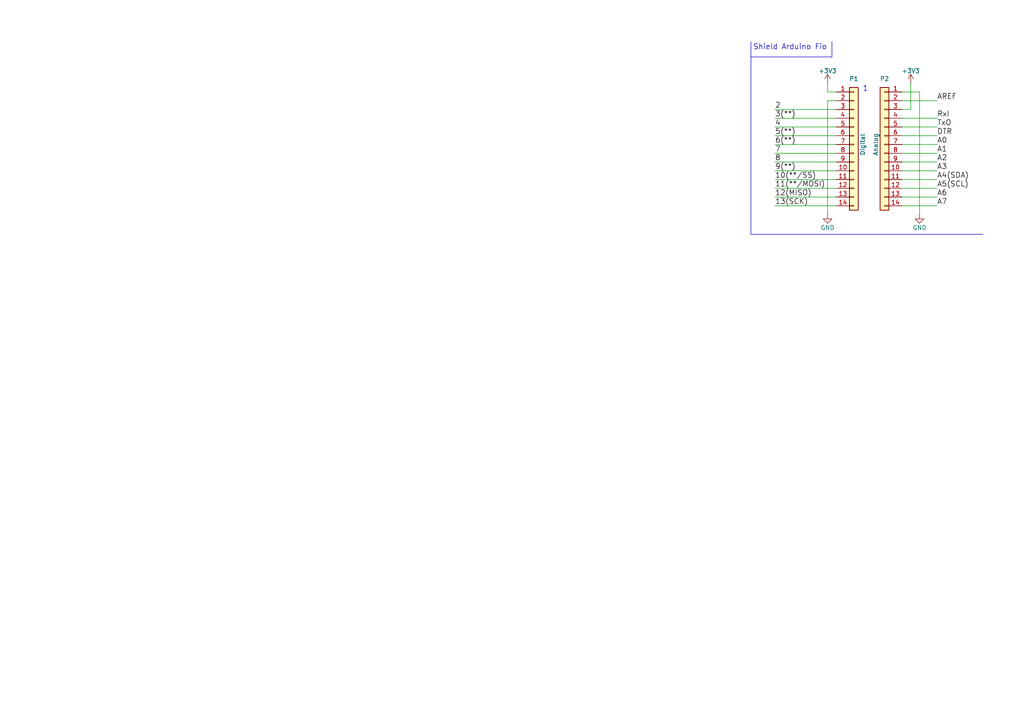
<source format=kicad_sch>
(kicad_sch (version 20230121) (generator eeschema)
  (paper "A4")
  (title_block (date "sam. 04 avril 2015"))
  (lib_symbols
    (symbol "Arduino_Fio-rescue:+3.3V-power" (power) (pin_names (offset 0))
      (property "Value" "+3.3V-power" (at 0 3.556 0))
      (symbol "+3.3V-power_0_1"
        (polyline (pts (xy -0.762 1.27) (xy 0 2.54)))
        (polyline (pts (xy 0 0) (xy 0 2.54)))
        (polyline (pts (xy 0 2.54) (xy 0.762 1.27)))
      )
      (symbol "+3.3V-power_1_1"
        (pin power_in line (at 0 0 90) (length 0) hide (name "+3V3") (number "1"))
      )
    )
    (symbol "Connector_Generic:Conn_01x14" (pin_names (offset 1.016) hide)
      (property "Reference" "J" (at 0 17.78 0))
      (property "Value" "Conn_01x14" (at 0 -20.32 0))
      (symbol "Conn_01x14_1_1"
        (rectangle (start -1.27 -17.653) (end 0 -17.907) (stroke (width 0.1524)))
        (rectangle (start -1.27 -15.113) (end 0 -15.367) (stroke (width 0.1524)))
        (rectangle (start -1.27 -12.573) (end 0 -12.827) (stroke (width 0.1524)))
        (rectangle (start -1.27 -10.033) (end 0 -10.287) (stroke (width 0.1524)))
        (rectangle (start -1.27 -7.493) (end 0 -7.747) (stroke (width 0.1524)))
        (rectangle (start -1.27 -4.953) (end 0 -5.207) (stroke (width 0.1524)))
        (rectangle (start -1.27 -2.413) (end 0 -2.667) (stroke (width 0.1524)))
        (rectangle (start -1.27 0.127) (end 0 -0.127) (stroke (width 0.1524)))
        (rectangle (start -1.27 2.667) (end 0 2.413) (stroke (width 0.1524)))
        (rectangle (start -1.27 5.207) (end 0 4.953) (stroke (width 0.1524)))
        (rectangle (start -1.27 7.747) (end 0 7.493) (stroke (width 0.1524)))
        (rectangle (start -1.27 10.287) (end 0 10.033) (stroke (width 0.1524)))
        (rectangle (start -1.27 12.827) (end 0 12.573) (stroke (width 0.1524)))
        (rectangle (start -1.27 15.367) (end 0 15.113) (stroke (width 0.1524)))
        (rectangle (start -1.27 16.51) (end 1.27 -19.05) (stroke (width 0.254)) (fill (type background)))
        (pin passive line (at -5.08 15.24 0) (length 3.81) (name "Pin_1") (number "1"))
        (pin passive line (at -5.08 -7.62 0) (length 3.81) (name "Pin_10") (number "10"))
        (pin passive line (at -5.08 -10.16 0) (length 3.81) (name "Pin_11") (number "11"))
        (pin passive line (at -5.08 -12.7 0) (length 3.81) (name "Pin_12") (number "12"))
        (pin passive line (at -5.08 -15.24 0) (length 3.81) (name "Pin_13") (number "13"))
        (pin passive line (at -5.08 -17.78 0) (length 3.81) (name "Pin_14") (number "14"))
        (pin passive line (at -5.08 12.7 0) (length 3.81) (name "Pin_2") (number "2"))
        (pin passive line (at -5.08 10.16 0) (length 3.81) (name "Pin_3") (number "3"))
        (pin passive line (at -5.08 7.62 0) (length 3.81) (name "Pin_4") (number "4"))
        (pin passive line (at -5.08 5.08 0) (length 3.81) (name "Pin_5") (number "5"))
        (pin passive line (at -5.08 2.54 0) (length 3.81) (name "Pin_6") (number "6"))
        (pin passive line (at -5.08 0 0) (length 3.81) (name "Pin_7") (number "7"))
        (pin passive line (at -5.08 -2.54 0) (length 3.81) (name "Pin_8") (number "8"))
        (pin passive line (at -5.08 -5.08 0) (length 3.81) (name "Pin_9") (number "9"))
      )
    )
    (symbol "power:GND" (power) (pin_names (offset 0))
      (property "Value" "GND" (at 0 -3.81 0))
      (symbol "GND_0_1"
        (polyline (pts (xy 0 0) (xy 0 -1.27) (xy 1.27 -1.27) (xy 0 -2.54) (xy -1.27 -1.27) (xy 0 -1.27)))
      )
      (symbol "GND_1_1"
        (pin power_in line (at 0 0 270) (length 0) hide (name "GND") (number "1"))
      )
    )
  )
  (wire (pts (xy 240.03 29.21) (xy 240.03 62.23)))
  (wire (pts (xy 224.79 57.15) (xy 242.57 57.15)))
  (wire (pts (xy 264.16 31.75) (xy 264.16 24.13)))
  (wire (pts (xy 271.78 34.29) (xy 261.62 34.29)))
  (wire (pts (xy 261.62 26.67) (xy 266.7 26.67)))
  (wire (pts (xy 266.7 26.67) (xy 266.7 62.23)))
  (wire (pts (xy 240.03 26.67) (xy 240.03 24.13)))
  (polyline (pts (xy 217.805 16.51) (xy 241.3 16.51)))
  (wire (pts (xy 261.62 31.75) (xy 264.16 31.75)))
  (wire (pts (xy 224.79 34.29) (xy 242.57 34.29)))
  (polyline (pts (xy 217.805 67.945) (xy 285.115 67.945)))
  (wire (pts (xy 271.78 57.15) (xy 261.62 57.15)))
  (wire (pts (xy 261.62 29.21) (xy 271.78 29.21)))
  (wire (pts (xy 271.78 36.83) (xy 261.62 36.83)))
  (wire (pts (xy 224.79 36.83) (xy 242.57 36.83)))
  (wire (pts (xy 224.79 41.91) (xy 242.57 41.91)))
  (wire (pts (xy 271.78 46.99) (xy 261.62 46.99)))
  (wire (pts (xy 242.57 26.67) (xy 240.03 26.67)))
  (wire (pts (xy 271.78 59.69) (xy 261.62 59.69)))
  (wire (pts (xy 224.79 31.75) (xy 242.57 31.75)))
  (wire (pts (xy 271.78 41.91) (xy 261.62 41.91)))
  (wire (pts (xy 242.57 59.69) (xy 224.79 59.69)))
  (wire (pts (xy 271.78 49.53) (xy 261.62 49.53)))
  (wire (pts (xy 271.78 52.07) (xy 261.62 52.07)))
  (wire (pts (xy 242.57 49.53) (xy 224.79 49.53)))
  (wire (pts (xy 224.79 52.07) (xy 242.57 52.07)))
  (wire (pts (xy 242.57 29.21) (xy 240.03 29.21)))
  (wire (pts (xy 261.62 54.61) (xy 271.78 54.61)))
  (polyline (pts (xy 241.3 16.51) (xy 241.3 12.065)))
  (wire (pts (xy 224.79 54.61) (xy 242.57 54.61)))
  (polyline (pts (xy 217.805 12.065) (xy 217.805 67.945)))
  (wire (pts (xy 261.62 44.45) (xy 271.78 44.45)))
  (wire (pts (xy 224.79 46.99) (xy 242.57 46.99)))
  (wire (pts (xy 242.57 39.37) (xy 224.79 39.37)))
  (wire (pts (xy 271.78 39.37) (xy 261.62 39.37)))
  (wire (pts (xy 224.79 44.45) (xy 242.57 44.45)))
  (text "Shield Arduino Fio " (at 218.44 14.605 0) (effects (font (size 1.524 1.524)) (justify left bottom)))
  (text "1" (at 250.19 26.67 0) (effects (font (size 1.524 1.524)) (justify left bottom)))
  (label "9(**)" (at 224.79 49.53 0) (effects (font (size 1.524 1.524))))
  (label "A3" (at 271.78 49.53 0) (effects (font (size 1.524 1.524))))
  (label "A5(SCL)" (at 271.78 54.61 0) (effects (font (size 1.524 1.524))))
  (label "3(**)" (at 224.79 34.29 0) (effects (font (size 1.524 1.524))))
  (label "RxI" (at 271.78 34.29 0) (effects (font (size 1.524 1.524))))
  (label "A6" (at 271.78 57.15 0) (effects (font (size 1.524 1.524))))
  (label "12(MISO)" (at 224.79 57.15 0) (effects (font (size 1.524 1.524))))
  (label "8" (at 224.79 46.99 0) (effects (font (size 1.524 1.524))))
  (label "A4(SDA)" (at 271.78 52.07 0) (effects (font (size 1.524 1.524))))
  (label "TxO" (at 271.78 36.83 0) (effects (font (size 1.524 1.524))))
  (label "4" (at 224.79 36.83 0) (effects (font (size 1.524 1.524))))
  (label "A7" (at 271.78 59.69 0) (effects (font (size 1.524 1.524))))
  (label "7" (at 224.79 44.45 0) (effects (font (size 1.524 1.524))))
  (label "A1" (at 271.78 44.45 0) (effects (font (size 1.524 1.524))))
  (label "10(**/SS)" (at 224.79 52.07 0) (effects (font (size 1.524 1.524))))
  (label "A2" (at 271.78 46.99 0) (effects (font (size 1.524 1.524))))
  (label "13(SCK)" (at 224.79 59.69 0) (effects (font (size 1.524 1.524))))
  (label "11(**/MOSI)" (at 224.79 54.61 0) (effects (font (size 1.524 1.524))))
  (label "A0" (at 271.78 41.91 0) (effects (font (size 1.524 1.524))))
  (label "2" (at 224.79 31.75 0) (effects (font (size 1.524 1.524))))
  (label "AREF" (at 271.78 29.21 0) (effects (font (size 1.524 1.524))))
  (label "5(**)" (at 224.79 39.37 0) (effects (font (size 1.524 1.524))))
  (label "DTR" (at 271.78 39.37 0) (effects (font (size 1.524 1.524))))
  (label "6(**)" (at 224.79 41.91 0) (effects (font (size 1.524 1.524))))
  (symbol (lib_id "Connector_Generic:Conn_01x14") (at 247.65 41.91 0) (unit 1)
    (property "Reference" "P1" (at 247.65 22.86 0))
    (property "Value" "Digital" (at 250.19 41.91 90))
    (property "Footprint" "Socket_Arduino_Fio:Socket_Strip_Straight_1x14" (effects hide))
  )
  (symbol (lib_id "Connector_Generic:Conn_01x14") (at 256.54 41.91 0) (mirror y) (unit 1)
    (property "Reference" "P2" (at 256.54 22.86 0))
    (property "Value" "Analog" (at 254 41.91 90))
    (property "Footprint" "Socket_Arduino_Fio:Socket_Strip_Straight_1x14" (effects hide))
  )
  (symbol (lib_id "Arduino_Fio-rescue:+3.3V-power") (at 240.03 24.13 0) (unit 1)
    (property "Reference" "#PWR01" (effects hide))
    (property "Value" "+3.3V" (at 240.03 20.574 0))
  )
  (symbol (lib_id "power:GND") (at 240.03 62.23 0) (unit 1)
    (property "Reference" "#PWR02" (effects hide))
    (property "Value" "GND" (at 240.03 66.04 0))
  )
  (symbol (lib_id "Arduino_Fio-rescue:+3.3V-power") (at 264.16 24.13 0) (unit 1)
    (property "Reference" "#PWR03" (effects hide))
    (property "Value" "+3.3V" (at 264.16 20.574 0))
  )
  (symbol (lib_id "power:GND") (at 266.7 62.23 0) (unit 1)
    (property "Reference" "#PWR04" (effects hide))
    (property "Value" "GND" (at 266.7 66.04 0))
  )
)
</source>
